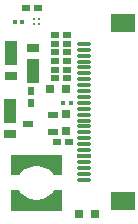
<source format=gbr>
%FSTAX24Y24*%
%MOIN*%
%SFA1B1*%

%IPPOS*%
%AMD29*
4,1,8,-0.017700,0.008100,-0.017700,-0.008100,-0.015000,-0.010800,0.015000,-0.010800,0.017700,-0.008100,0.017700,0.008100,0.015000,0.010800,-0.015000,0.010800,-0.017700,0.008100,0.0*
1,1,0.005400,-0.015000,0.008100*
1,1,0.005400,-0.015000,-0.008100*
1,1,0.005400,0.015000,-0.008100*
1,1,0.005400,0.015000,0.008100*
%
%AMD34*
4,1,8,-0.022600,0.002900,-0.022600,-0.002900,-0.019600,-0.005900,0.019600,-0.005900,0.022600,-0.002900,0.022600,0.002900,0.019600,0.005900,-0.019600,0.005900,-0.022600,0.002900,0.0*
1,1,0.006000,-0.019600,0.002900*
1,1,0.006000,-0.019600,-0.002900*
1,1,0.006000,0.019600,-0.002900*
1,1,0.006000,0.019600,0.002900*
%
%AMD35*
4,1,8,-0.024600,0.002900,-0.024600,-0.002900,-0.021600,-0.005900,0.021600,-0.005900,0.024600,-0.002900,0.024600,0.002900,0.021600,0.005900,-0.021600,0.005900,-0.024600,0.002900,0.0*
1,1,0.006000,-0.021600,0.002900*
1,1,0.006000,-0.021600,-0.002900*
1,1,0.006000,0.021600,-0.002900*
1,1,0.006000,0.021600,0.002900*
%
%ADD25R,0.030000X0.030000*%
%ADD26R,0.025000X0.020000*%
%ADD27R,0.043300X0.031500*%
%ADD28R,0.043300X0.078700*%
G04~CAMADD=29~8~0.0~0.0~217.0~354.0~27.0~0.0~15~0.0~0.0~0.0~0.0~0~0.0~0.0~0.0~0.0~0~0.0~0.0~0.0~90.0~354.0~216.0*
%ADD29D29*%
%ADD30R,0.030000X0.030000*%
%ADD31R,0.015700X0.013800*%
%ADD32R,0.020000X0.025000*%
%ADD33C,0.009100*%
G04~CAMADD=34~8~0.0~0.0~118.0~453.0~30.0~0.0~15~0.0~0.0~0.0~0.0~0~0.0~0.0~0.0~0.0~0~0.0~0.0~0.0~90.0~452.0~118.0*
%ADD34D34*%
G04~CAMADD=35~8~0.0~0.0~118.0~492.0~30.0~0.0~15~0.0~0.0~0.0~0.0~0~0.0~0.0~0.0~0.0~0~0.0~0.0~0.0~90.0~492.0~118.0*
%ADD35D35*%
%ADD36R,0.078700X0.059100*%
%ADD37R,0.019700X0.019700*%
%LNpaste_b-1*%
%LPD*%
%SRX1Y1I0J0*%
G36*
X000845Y000761D02*
X000879Y000714D01*
X000959Y00063*
X00105Y00056*
X001153Y000505*
X001262Y000468*
X001376Y000449*
X001492*
X001606Y000468*
X001716Y000505*
X001818Y00056*
X001909Y00063*
X001989Y000714*
X002023Y000761*
X002274*
Y000073*
X000591*
Y000761*
X000845*
G37*
G36*
X002274Y001257D02*
X002016D01*
X001982Y001303*
X001903Y001387*
X001811Y001457*
X001709Y001511*
X0016Y001548*
X001486Y001566*
X001371*
X001258Y001548*
X001148Y001511*
X001047Y001457*
X000955Y001387*
X000876Y001303*
X000842Y001257*
X000581*
Y001943*
X002274*
Y001257*
G37*
G54D25*
X003396Y-000039D03*
X002846D03*
X00187Y004134D03*
X00242D03*
G54D26*
X002504Y002364D03*
X002101D03*
X001081Y006821D03*
X001485D03*
X002451Y004488D03*
X002047D03*
X002451Y004776D03*
X002047D03*
Y005063D03*
X002451D03*
Y00535D03*
X002047D03*
Y005638D03*
X002451D03*
Y005925D03*
X002047D03*
G54D27*
X000541Y002638D03*
X000565Y004571D03*
X001298Y005493D03*
G54D28*
X000541Y003386D03*
X000565Y005319D03*
X001298Y004745D03*
G54D29*
X001132Y002982D03*
X001978Y002707D03*
Y003258D03*
G54D30*
X002421Y002736D03*
Y003286D03*
G54D31*
X002569Y003661D03*
X002323D03*
X000699Y006378D03*
X000945D03*
G54D32*
X00125Y004075D03*
Y003671D03*
G54D33*
X001357Y006457D03*
Y006299D03*
X001514Y006457D03*
Y006299D03*
G54D34*
X003031Y003868D03*
Y004262D03*
Y004065D03*
Y005443D03*
Y00564D03*
Y005049D03*
Y005246D03*
Y004852D03*
Y004656D03*
Y004459D03*
Y00249D03*
Y002687D03*
Y002884D03*
Y003278D03*
Y003081D03*
Y003671D03*
Y003474D03*
Y002096D03*
Y002293D03*
Y001703D03*
Y001506D03*
Y001309D03*
Y001112D03*
G54D35*
X003031Y0019D03*
G54D36*
X004321Y000413D03*
Y006339D03*
G54D37*
X001432Y001811D03*
Y000197D03*
M02*
</source>
